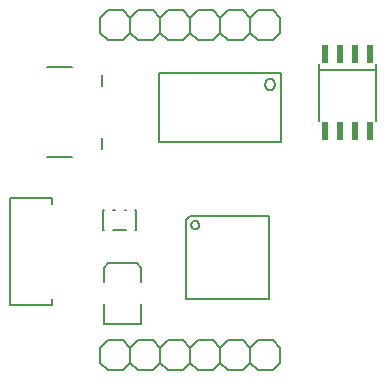
<source format=gto>
G75*
G70*
%OFA0B0*%
%FSLAX24Y24*%
%IPPOS*%
%LPD*%
%AMOC8*
5,1,8,0,0,1.08239X$1,22.5*
%
%ADD10C,0.0060*%
%ADD11C,0.0080*%
%ADD12R,0.0193X0.0598*%
D10*
X003908Y001250D02*
X003908Y001750D01*
X004158Y002000D01*
X004658Y002000D01*
X004908Y001750D01*
X005158Y002000D01*
X005658Y002000D01*
X005908Y001750D01*
X006158Y002000D01*
X006658Y002000D01*
X006908Y001750D01*
X007158Y002000D01*
X007658Y002000D01*
X007908Y001750D01*
X008158Y002000D01*
X008658Y002000D01*
X008908Y001750D01*
X009158Y002000D01*
X009658Y002000D01*
X009908Y001750D01*
X009908Y001250D01*
X009658Y001000D01*
X009158Y001000D01*
X008908Y001250D01*
X008658Y001000D01*
X008158Y001000D01*
X007908Y001250D01*
X007908Y001750D01*
X007908Y001250D02*
X007658Y001000D01*
X007158Y001000D01*
X006908Y001250D01*
X006658Y001000D01*
X006158Y001000D01*
X005908Y001250D01*
X005658Y001000D01*
X005158Y001000D01*
X004908Y001250D01*
X004658Y001000D01*
X004158Y001000D01*
X003908Y001250D01*
X004908Y001250D02*
X004908Y001750D01*
X005908Y001750D02*
X005908Y001250D01*
X006908Y001250D02*
X006908Y001750D01*
X006778Y003370D02*
X006778Y005990D01*
X006918Y006130D01*
X009538Y006130D01*
X009538Y003370D01*
X006778Y003370D01*
X008908Y001750D02*
X008908Y001250D01*
X005118Y005681D02*
X005080Y005681D01*
X005118Y005681D02*
X005118Y006319D01*
X005080Y006319D01*
X004763Y006319D02*
X004726Y006319D01*
X004389Y006319D02*
X004352Y006319D01*
X004035Y006319D02*
X003998Y006319D01*
X003998Y005681D01*
X004035Y005681D01*
X004352Y005681D02*
X004763Y005681D01*
X006937Y005830D02*
X006970Y005921D01*
X007054Y005969D01*
X007148Y005952D01*
X007210Y005878D01*
X007210Y005782D01*
X007149Y005708D01*
X007054Y005691D01*
X006970Y005739D01*
X006937Y005830D01*
X005861Y008599D02*
X005861Y010902D01*
X009955Y010902D01*
X009955Y008599D01*
X005861Y008599D01*
X005658Y012000D02*
X005158Y012000D01*
X004908Y012250D01*
X004658Y012000D01*
X004158Y012000D01*
X003908Y012250D01*
X003908Y012750D01*
X004158Y013000D01*
X004658Y013000D01*
X004908Y012750D01*
X005158Y013000D01*
X005658Y013000D01*
X005908Y012750D01*
X005908Y012250D01*
X005658Y012000D01*
X005908Y012250D02*
X006158Y012000D01*
X006658Y012000D01*
X006908Y012250D01*
X007158Y012000D01*
X007658Y012000D01*
X007908Y012250D01*
X008158Y012000D01*
X008658Y012000D01*
X008908Y012250D01*
X009158Y012000D01*
X009658Y012000D01*
X009908Y012250D01*
X009908Y012750D01*
X009658Y013000D01*
X009158Y013000D01*
X008908Y012750D01*
X008908Y012250D01*
X008908Y012750D02*
X008658Y013000D01*
X008158Y013000D01*
X007908Y012750D01*
X007908Y012250D01*
X007908Y012750D02*
X007658Y013000D01*
X007158Y013000D01*
X006908Y012750D01*
X006908Y012250D01*
X006908Y012750D02*
X006658Y013000D01*
X006158Y013000D01*
X005908Y012750D01*
X004908Y012750D02*
X004908Y012250D01*
X009390Y010518D02*
X009425Y010624D01*
X009515Y010690D01*
X009627Y010690D01*
X009717Y010624D01*
X009752Y010518D01*
X009717Y010412D01*
X009627Y010346D01*
X009515Y010346D01*
X009425Y010412D01*
X009390Y010518D01*
D11*
X000919Y006722D02*
X000919Y003179D01*
X002297Y003179D01*
X002297Y003375D01*
X004048Y003196D02*
X004048Y002527D01*
X005288Y002527D01*
X005288Y003196D01*
X005268Y003944D02*
X005268Y004416D01*
X005130Y004574D01*
X004166Y004574D01*
X004048Y004416D01*
X004048Y003944D01*
X002297Y006525D02*
X002297Y006722D01*
X000919Y006722D01*
X002146Y008104D02*
X002973Y008104D01*
X003957Y008380D02*
X003957Y008734D01*
X003957Y010466D02*
X003957Y010821D01*
X002973Y011096D02*
X002146Y011096D01*
X011213Y011010D02*
X011213Y009294D01*
X011213Y011010D02*
X013103Y011010D01*
X013103Y009294D01*
X013103Y011010D02*
X013103Y011207D01*
X011213Y011207D02*
X011213Y011010D01*
D12*
X011408Y011545D03*
X011908Y011545D03*
X012408Y011545D03*
X012908Y011545D03*
X012908Y008955D03*
X012408Y008955D03*
X011908Y008955D03*
X011408Y008955D03*
M02*

</source>
